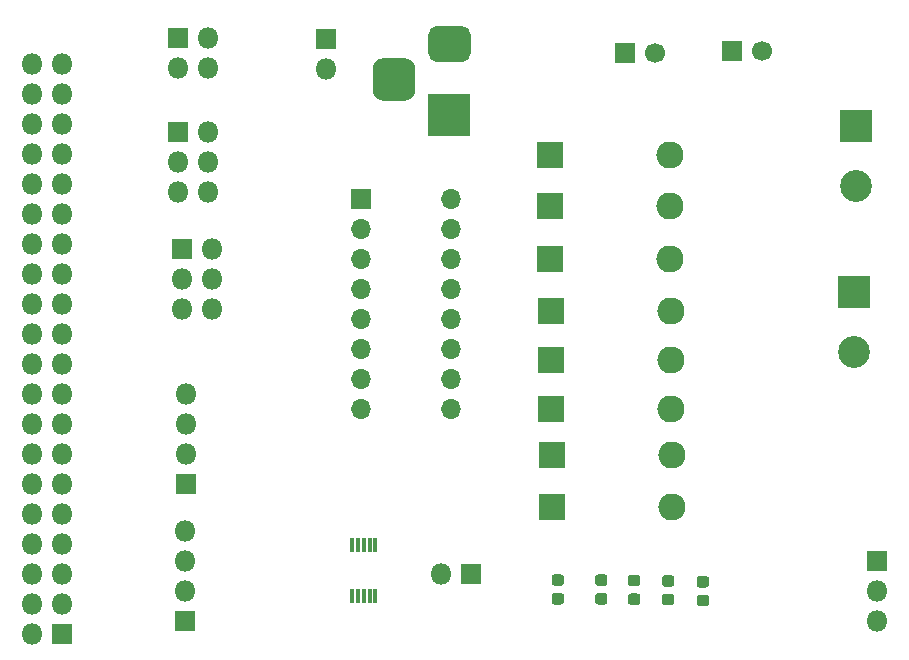
<source format=gbr>
%TF.GenerationSoftware,KiCad,Pcbnew,(5.1.6)-1*%
%TF.CreationDate,2021-05-14T12:36:00+02:00*%
%TF.ProjectId,nano1,6e616e6f-312e-46b6-9963-61645f706362,rev?*%
%TF.SameCoordinates,Original*%
%TF.FileFunction,Soldermask,Top*%
%TF.FilePolarity,Negative*%
%FSLAX46Y46*%
G04 Gerber Fmt 4.6, Leading zero omitted, Abs format (unit mm)*
G04 Created by KiCad (PCBNEW (5.1.6)-1) date 2021-05-14 12:36:00*
%MOMM*%
%LPD*%
G01*
G04 APERTURE LIST*
%ADD10O,1.800000X1.800000*%
%ADD11R,1.800000X1.800000*%
%ADD12R,0.350000X1.200000*%
%ADD13C,2.700000*%
%ADD14R,2.700000X2.700000*%
%ADD15R,3.600000X3.600000*%
%ADD16R,1.700000X1.700000*%
%ADD17C,1.700000*%
%ADD18R,2.300000X2.300000*%
%ADD19O,2.300000X2.300000*%
%ADD20O,1.700000X1.700000*%
G04 APERTURE END LIST*
D10*
%TO.C,J12*%
X133807200Y-90114120D03*
D11*
X136347200Y-90114120D03*
%TD*%
D10*
%TO.C,J11*%
X124028200Y-47320200D03*
D11*
X124028200Y-44780200D03*
%TD*%
D10*
%TO.C,J10*%
X112100360Y-86476840D03*
X112100360Y-89016840D03*
X112100360Y-91556840D03*
D11*
X112100360Y-94096840D03*
%TD*%
D10*
%TO.C,J9*%
X170703240Y-94066360D03*
X170703240Y-91526360D03*
D11*
X170703240Y-88986360D03*
%TD*%
D12*
%TO.C,U2*%
X126213360Y-87633920D03*
X126713360Y-87633920D03*
X127213360Y-87633920D03*
X127713360Y-87633920D03*
X128213360Y-87633920D03*
X128213360Y-91933920D03*
X127713360Y-91933920D03*
X127213360Y-91933920D03*
X126713360Y-91933920D03*
X126213360Y-91933920D03*
%TD*%
%TO.C,C3*%
G36*
G01*
X143381150Y-91714600D02*
X143943650Y-91714600D01*
G75*
G02*
X144187400Y-91958350I0J-243750D01*
G01*
X144187400Y-92445850D01*
G75*
G02*
X143943650Y-92689600I-243750J0D01*
G01*
X143381150Y-92689600D01*
G75*
G02*
X143137400Y-92445850I0J243750D01*
G01*
X143137400Y-91958350D01*
G75*
G02*
X143381150Y-91714600I243750J0D01*
G01*
G37*
G36*
G01*
X143381150Y-90139600D02*
X143943650Y-90139600D01*
G75*
G02*
X144187400Y-90383350I0J-243750D01*
G01*
X144187400Y-90870850D01*
G75*
G02*
X143943650Y-91114600I-243750J0D01*
G01*
X143381150Y-91114600D01*
G75*
G02*
X143137400Y-90870850I0J243750D01*
G01*
X143137400Y-90383350D01*
G75*
G02*
X143381150Y-90139600I243750J0D01*
G01*
G37*
%TD*%
%TO.C,R3*%
G36*
G01*
X155659510Y-91851760D02*
X156222010Y-91851760D01*
G75*
G02*
X156465760Y-92095510I0J-243750D01*
G01*
X156465760Y-92583010D01*
G75*
G02*
X156222010Y-92826760I-243750J0D01*
G01*
X155659510Y-92826760D01*
G75*
G02*
X155415760Y-92583010I0J243750D01*
G01*
X155415760Y-92095510D01*
G75*
G02*
X155659510Y-91851760I243750J0D01*
G01*
G37*
G36*
G01*
X155659510Y-90276760D02*
X156222010Y-90276760D01*
G75*
G02*
X156465760Y-90520510I0J-243750D01*
G01*
X156465760Y-91008010D01*
G75*
G02*
X156222010Y-91251760I-243750J0D01*
G01*
X155659510Y-91251760D01*
G75*
G02*
X155415760Y-91008010I0J243750D01*
G01*
X155415760Y-90520510D01*
G75*
G02*
X155659510Y-90276760I243750J0D01*
G01*
G37*
%TD*%
%TO.C,R2*%
G36*
G01*
X147616490Y-91114600D02*
X147053990Y-91114600D01*
G75*
G02*
X146810240Y-90870850I0J243750D01*
G01*
X146810240Y-90383350D01*
G75*
G02*
X147053990Y-90139600I243750J0D01*
G01*
X147616490Y-90139600D01*
G75*
G02*
X147860240Y-90383350I0J-243750D01*
G01*
X147860240Y-90870850D01*
G75*
G02*
X147616490Y-91114600I-243750J0D01*
G01*
G37*
G36*
G01*
X147616490Y-92689600D02*
X147053990Y-92689600D01*
G75*
G02*
X146810240Y-92445850I0J243750D01*
G01*
X146810240Y-91958350D01*
G75*
G02*
X147053990Y-91714600I243750J0D01*
G01*
X147616490Y-91714600D01*
G75*
G02*
X147860240Y-91958350I0J-243750D01*
G01*
X147860240Y-92445850D01*
G75*
G02*
X147616490Y-92689600I-243750J0D01*
G01*
G37*
%TD*%
%TO.C,R1*%
G36*
G01*
X150395250Y-91155240D02*
X149832750Y-91155240D01*
G75*
G02*
X149589000Y-90911490I0J243750D01*
G01*
X149589000Y-90423990D01*
G75*
G02*
X149832750Y-90180240I243750J0D01*
G01*
X150395250Y-90180240D01*
G75*
G02*
X150639000Y-90423990I0J-243750D01*
G01*
X150639000Y-90911490D01*
G75*
G02*
X150395250Y-91155240I-243750J0D01*
G01*
G37*
G36*
G01*
X150395250Y-92730240D02*
X149832750Y-92730240D01*
G75*
G02*
X149589000Y-92486490I0J243750D01*
G01*
X149589000Y-91998990D01*
G75*
G02*
X149832750Y-91755240I243750J0D01*
G01*
X150395250Y-91755240D01*
G75*
G02*
X150639000Y-91998990I0J-243750D01*
G01*
X150639000Y-92486490D01*
G75*
G02*
X150395250Y-92730240I-243750J0D01*
G01*
G37*
%TD*%
%TO.C,R4*%
G36*
G01*
X152713110Y-91775560D02*
X153275610Y-91775560D01*
G75*
G02*
X153519360Y-92019310I0J-243750D01*
G01*
X153519360Y-92506810D01*
G75*
G02*
X153275610Y-92750560I-243750J0D01*
G01*
X152713110Y-92750560D01*
G75*
G02*
X152469360Y-92506810I0J243750D01*
G01*
X152469360Y-92019310D01*
G75*
G02*
X152713110Y-91775560I243750J0D01*
G01*
G37*
G36*
G01*
X152713110Y-90200560D02*
X153275610Y-90200560D01*
G75*
G02*
X153519360Y-90444310I0J-243750D01*
G01*
X153519360Y-90931810D01*
G75*
G02*
X153275610Y-91175560I-243750J0D01*
G01*
X152713110Y-91175560D01*
G75*
G02*
X152469360Y-90931810I0J243750D01*
G01*
X152469360Y-90444310D01*
G75*
G02*
X152713110Y-90200560I243750J0D01*
G01*
G37*
%TD*%
D10*
%TO.C,J3*%
X114345720Y-67670680D03*
X111805720Y-67670680D03*
X114345720Y-65130680D03*
X111805720Y-65130680D03*
X114345720Y-62590680D03*
D11*
X111805720Y-62590680D03*
%TD*%
D10*
%TO.C,J1*%
X99161600Y-46893480D03*
X101701600Y-46893480D03*
X99161600Y-49433480D03*
X101701600Y-49433480D03*
X99161600Y-51973480D03*
X101701600Y-51973480D03*
X99161600Y-54513480D03*
X101701600Y-54513480D03*
X99161600Y-57053480D03*
X101701600Y-57053480D03*
X99161600Y-59593480D03*
X101701600Y-59593480D03*
X99161600Y-62133480D03*
X101701600Y-62133480D03*
X99161600Y-64673480D03*
X101701600Y-64673480D03*
X99161600Y-67213480D03*
X101701600Y-67213480D03*
X99161600Y-69753480D03*
X101701600Y-69753480D03*
X99161600Y-72293480D03*
X101701600Y-72293480D03*
X99161600Y-74833480D03*
X101701600Y-74833480D03*
X99161600Y-77373480D03*
X101701600Y-77373480D03*
X99161600Y-79913480D03*
X101701600Y-79913480D03*
X99161600Y-82453480D03*
X101701600Y-82453480D03*
X99161600Y-84993480D03*
X101701600Y-84993480D03*
X99161600Y-87533480D03*
X101701600Y-87533480D03*
X99161600Y-90073480D03*
X101701600Y-90073480D03*
X99161600Y-92613480D03*
X101701600Y-92613480D03*
X99161600Y-95153480D03*
D11*
X101701600Y-95153480D03*
%TD*%
D13*
%TO.C,J7*%
X168711880Y-71292720D03*
D14*
X168711880Y-66212720D03*
%TD*%
D13*
%TO.C,J6*%
X168935400Y-57221120D03*
D14*
X168935400Y-52141120D03*
%TD*%
D10*
%TO.C,J8*%
X112181640Y-74843640D03*
X112181640Y-77383640D03*
X112181640Y-79923640D03*
D11*
X112181640Y-82463640D03*
%TD*%
%TO.C,J5*%
G36*
G01*
X128882840Y-46431800D02*
X130682840Y-46431800D01*
G75*
G02*
X131582840Y-47331800I0J-900000D01*
G01*
X131582840Y-49131800D01*
G75*
G02*
X130682840Y-50031800I-900000J0D01*
G01*
X128882840Y-50031800D01*
G75*
G02*
X127982840Y-49131800I0J900000D01*
G01*
X127982840Y-47331800D01*
G75*
G02*
X128882840Y-46431800I900000J0D01*
G01*
G37*
G36*
G01*
X133457840Y-43681800D02*
X135507840Y-43681800D01*
G75*
G02*
X136282840Y-44456800I0J-775000D01*
G01*
X136282840Y-46006800D01*
G75*
G02*
X135507840Y-46781800I-775000J0D01*
G01*
X133457840Y-46781800D01*
G75*
G02*
X132682840Y-46006800I0J775000D01*
G01*
X132682840Y-44456800D01*
G75*
G02*
X133457840Y-43681800I775000J0D01*
G01*
G37*
D15*
X134482840Y-51231800D03*
%TD*%
D16*
%TO.C,C2*%
X158424880Y-45811440D03*
D17*
X160924880Y-45811440D03*
%TD*%
D18*
%TO.C,D8*%
X143154400Y-84419440D03*
D19*
X153314400Y-84419440D03*
%TD*%
D18*
%TO.C,D7*%
X143154400Y-80070960D03*
D19*
X153314400Y-80070960D03*
%TD*%
D18*
%TO.C,D6*%
X143068040Y-76154280D03*
D19*
X153228040Y-76154280D03*
%TD*%
D18*
%TO.C,D5*%
X143068040Y-71978520D03*
D19*
X153228040Y-71978520D03*
%TD*%
D18*
%TO.C,D4*%
X143068040Y-67802760D03*
D19*
X153228040Y-67802760D03*
%TD*%
D18*
%TO.C,D3*%
X142981680Y-63454280D03*
D19*
X153141680Y-63454280D03*
%TD*%
D18*
%TO.C,D2*%
X143012160Y-58978800D03*
D19*
X153172160Y-58978800D03*
%TD*%
D18*
%TO.C,D1*%
X142956280Y-54665880D03*
D19*
X153116280Y-54665880D03*
%TD*%
D16*
%TO.C,C1*%
X149367240Y-45958760D03*
D17*
X151867240Y-45958760D03*
%TD*%
D20*
%TO.C,U1*%
X134574280Y-58364120D03*
X126954280Y-76144120D03*
X134574280Y-60904120D03*
X126954280Y-73604120D03*
X134574280Y-63444120D03*
X126954280Y-71064120D03*
X134574280Y-65984120D03*
X126954280Y-68524120D03*
X134574280Y-68524120D03*
X126954280Y-65984120D03*
X134574280Y-71064120D03*
X126954280Y-63444120D03*
X134574280Y-73604120D03*
X126954280Y-60904120D03*
X134574280Y-76144120D03*
D16*
X126954280Y-58364120D03*
%TD*%
D10*
%TO.C,J4*%
X114020600Y-47259240D03*
X111480600Y-47259240D03*
X114020600Y-44719240D03*
D11*
X111480600Y-44719240D03*
%TD*%
D10*
%TO.C,J2*%
X114020600Y-57734200D03*
X111480600Y-57734200D03*
X114020600Y-55194200D03*
X111480600Y-55194200D03*
X114020600Y-52654200D03*
D11*
X111480600Y-52654200D03*
%TD*%
M02*

</source>
